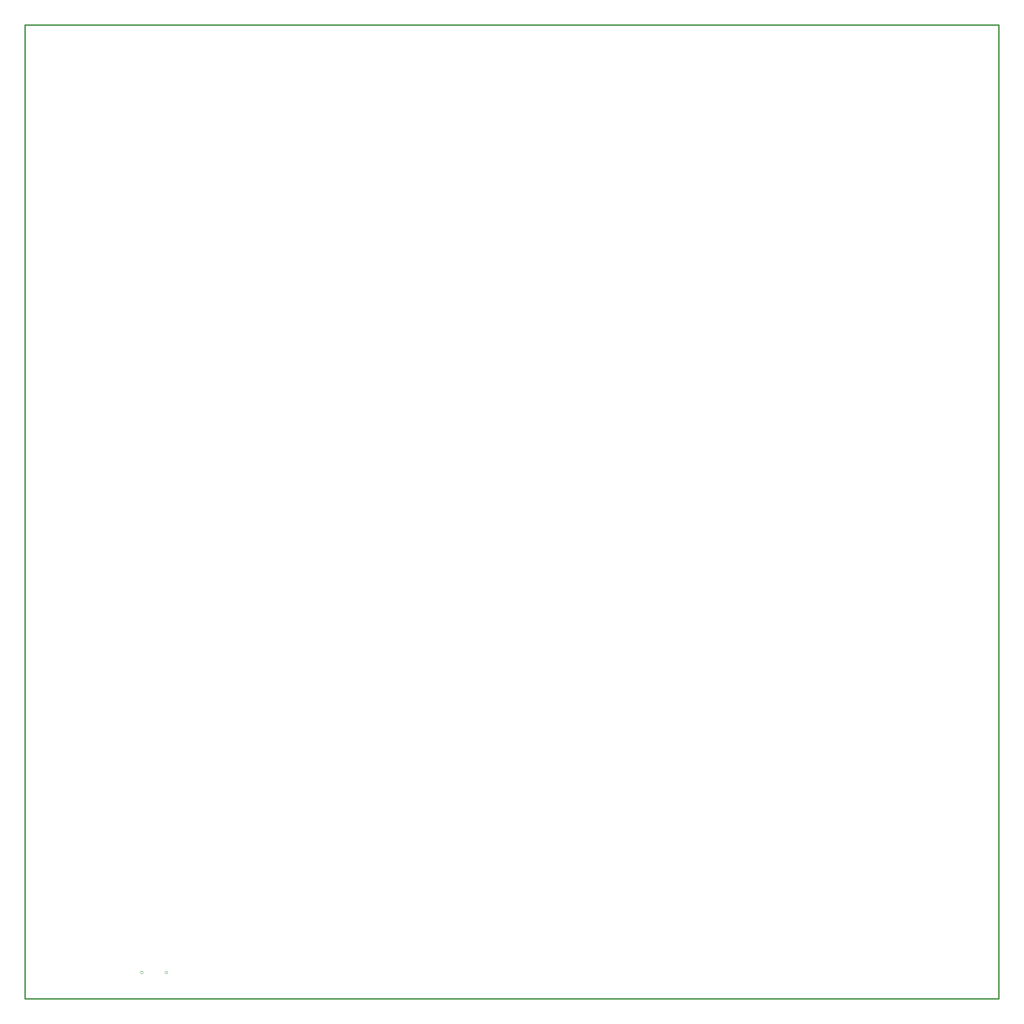
<source format=gbr>
%TF.GenerationSoftware,KiCad,Pcbnew,8.0.9*%
%TF.CreationDate,2025-07-03T09:04:04+02:00*%
%TF.ProjectId,Project,50726f6a-6563-4742-9e6b-696361645f70,rev?*%
%TF.SameCoordinates,Original*%
%TF.FileFunction,Profile,NP*%
%FSLAX46Y46*%
G04 Gerber Fmt 4.6, Leading zero omitted, Abs format (unit mm)*
G04 Created by KiCad (PCBNEW 8.0.9) date 2025-07-03 09:04:04*
%MOMM*%
%LPD*%
G01*
G04 APERTURE LIST*
%TA.AperFunction,Profile*%
%ADD10C,0.300000*%
%TD*%
%TA.AperFunction,Profile*%
%ADD11C,0.100000*%
%TD*%
G04 APERTURE END LIST*
D10*
X224579400Y-105301600D02*
X454579400Y-105301600D01*
X454579400Y-335301600D01*
X224579400Y-335301600D01*
X224579400Y-105301600D01*
D11*
%TO.C,J1*%
X252499400Y-329067137D02*
G75*
G02*
X251849400Y-329067137I-325000J0D01*
G01*
X251849400Y-329067137D02*
G75*
G02*
X252499400Y-329067137I325000J0D01*
G01*
X258279400Y-329067137D02*
G75*
G02*
X257629400Y-329067137I-325000J0D01*
G01*
X257629400Y-329067137D02*
G75*
G02*
X258279400Y-329067137I325000J0D01*
G01*
%TD*%
M02*

</source>
